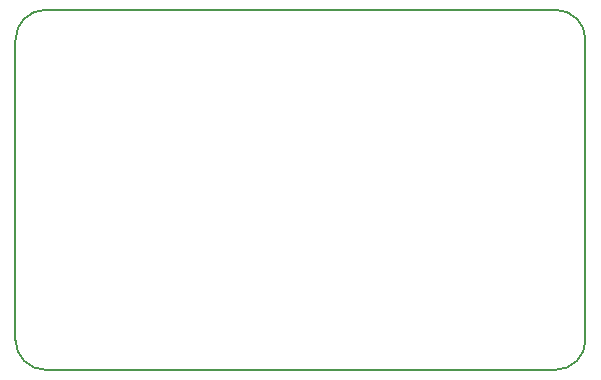
<source format=gm1>
%TF.GenerationSoftware,KiCad,Pcbnew,(5.1.8)-1*%
%TF.CreationDate,2021-04-18T19:42:35-04:00*%
%TF.ProjectId,AndrewPowerbank,416e6472-6577-4506-9f77-657262616e6b,rev?*%
%TF.SameCoordinates,Original*%
%TF.FileFunction,Profile,NP*%
%FSLAX46Y46*%
G04 Gerber Fmt 4.6, Leading zero omitted, Abs format (unit mm)*
G04 Created by KiCad (PCBNEW (5.1.8)-1) date 2021-04-18 19:42:35*
%MOMM*%
%LPD*%
G01*
G04 APERTURE LIST*
%TA.AperFunction,Profile*%
%ADD10C,0.200000*%
%TD*%
G04 APERTURE END LIST*
D10*
X33867600Y-102286803D02*
X77047599Y-102286803D01*
X79587599Y-99746803D02*
G75*
G02*
X77047599Y-102286803I-2540000J0D01*
G01*
X33867600Y-102286803D02*
G75*
G02*
X31327600Y-99746803I0J2540000D01*
G01*
X31327600Y-74346804D02*
X31327600Y-99746803D01*
X33867600Y-71806804D02*
X77047599Y-71806804D01*
X79587599Y-74346804D02*
X79587599Y-99746803D01*
X77047599Y-71806804D02*
G75*
G02*
X79587599Y-74346804I0J-2540000D01*
G01*
X31327600Y-74346804D02*
G75*
G02*
X33867600Y-71806804I2540000J0D01*
G01*
M02*

</source>
